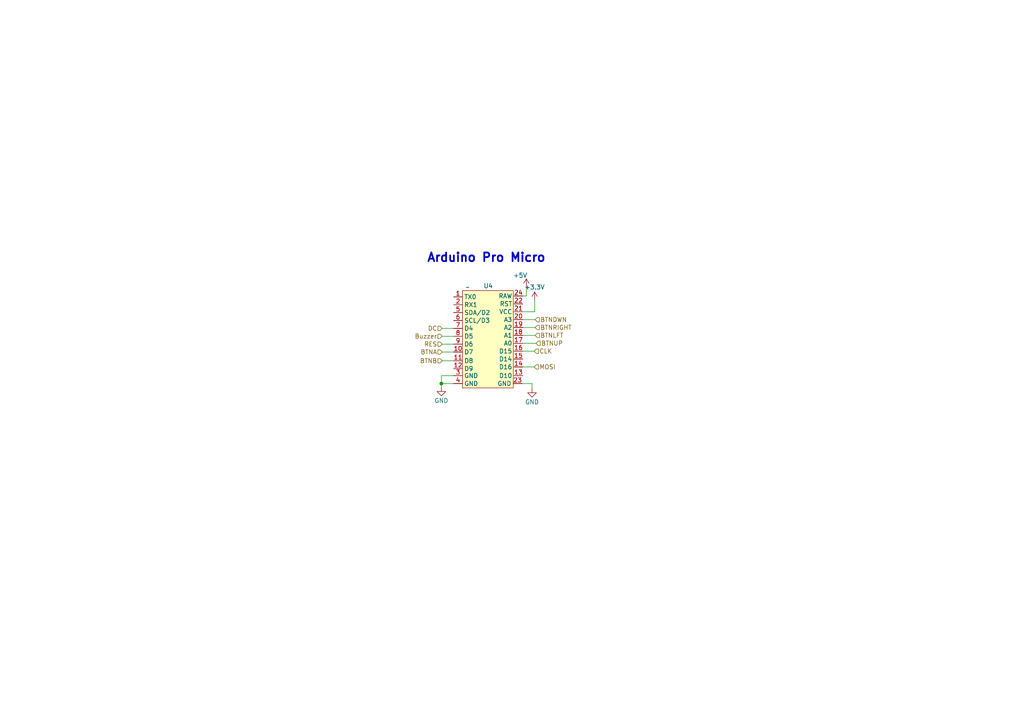
<source format=kicad_sch>
(kicad_sch (version 20230121) (generator eeschema)

  (uuid 0ec2d7c2-2be3-4aab-aaf1-afadc362d647)

  (paper "A4")

  (lib_symbols
    (symbol "GameBoyArduino:ArduinoProMicro" (in_bom yes) (on_board yes)
      (property "Reference" "U" (at -5.334 11.684 0)
        (effects (font (size 1.27 1.27)))
      )
      (property "Value" "" (at -5.334 11.684 0)
        (effects (font (size 1.27 1.27)))
      )
      (property "Footprint" "" (at -5.334 11.684 0)
        (effects (font (size 1.27 1.27)) hide)
      )
      (property "Datasheet" "" (at -5.334 11.684 0)
        (effects (font (size 1.27 1.27)) hide)
      )
      (symbol "ArduinoProMicro_1_1"
        (rectangle (start -6.858 10.668) (end 7.874 -17.526)
          (stroke (width 0) (type default))
          (fill (type background))
        )
        (pin input line (at -9.398 8.89 0) (length 2.54)
          (name "TX0" (effects (font (size 1.27 1.27))))
          (number "1" (effects (font (size 1.27 1.27))))
        )
        (pin input line (at -9.398 -7.112 0) (length 2.54)
          (name "D7" (effects (font (size 1.27 1.27))))
          (number "10" (effects (font (size 1.27 1.27))))
        )
        (pin input line (at -9.398 -9.652 0) (length 2.54)
          (name "D8" (effects (font (size 1.27 1.27))))
          (number "11" (effects (font (size 1.27 1.27))))
        )
        (pin input line (at -9.398 -11.938 0) (length 2.54)
          (name "D9" (effects (font (size 1.27 1.27))))
          (number "12" (effects (font (size 1.27 1.27))))
        )
        (pin input line (at 10.668 -13.97 180) (length 2.54)
          (name "D10" (effects (font (size 1.27 1.27))))
          (number "13" (effects (font (size 1.27 1.27))))
        )
        (pin input line (at 10.668 -11.43 180) (length 2.54)
          (name "D16" (effects (font (size 1.27 1.27))))
          (number "14" (effects (font (size 1.27 1.27))))
        )
        (pin input line (at 10.668 -9.144 180) (length 2.54)
          (name "D14" (effects (font (size 1.27 1.27))))
          (number "15" (effects (font (size 1.27 1.27))))
        )
        (pin input line (at 10.668 -6.858 180) (length 2.54)
          (name "D15" (effects (font (size 1.27 1.27))))
          (number "16" (effects (font (size 1.27 1.27))))
        )
        (pin input line (at 10.668 -4.572 180) (length 2.54)
          (name "A0" (effects (font (size 1.27 1.27))))
          (number "17" (effects (font (size 1.27 1.27))))
        )
        (pin input line (at 10.668 -2.286 180) (length 2.54)
          (name "A1" (effects (font (size 1.27 1.27))))
          (number "18" (effects (font (size 1.27 1.27))))
        )
        (pin input line (at 10.668 0 180) (length 2.54)
          (name "A2" (effects (font (size 1.27 1.27))))
          (number "19" (effects (font (size 1.27 1.27))))
        )
        (pin input line (at -9.398 6.604 0) (length 2.54)
          (name "RX1" (effects (font (size 1.27 1.27))))
          (number "2" (effects (font (size 1.27 1.27))))
        )
        (pin input line (at 10.668 2.286 180) (length 2.54)
          (name "A3" (effects (font (size 1.27 1.27))))
          (number "20" (effects (font (size 1.27 1.27))))
        )
        (pin input line (at 10.668 4.572 180) (length 2.54)
          (name "VCC" (effects (font (size 1.27 1.27))))
          (number "21" (effects (font (size 1.27 1.27))))
        )
        (pin input line (at 10.668 6.858 180) (length 2.54)
          (name "RST" (effects (font (size 1.27 1.27))))
          (number "22" (effects (font (size 1.27 1.27))))
        )
        (pin input line (at 10.414 -16.256 180) (length 2.54)
          (name "GND" (effects (font (size 1.27 1.27))))
          (number "23" (effects (font (size 1.27 1.27))))
        )
        (pin input line (at 10.668 9.144 180) (length 2.54)
          (name "RAW" (effects (font (size 1.27 1.27))))
          (number "24" (effects (font (size 1.27 1.27))))
        )
        (pin input line (at -9.398 -13.97 0) (length 2.54)
          (name "GND" (effects (font (size 1.27 1.27))))
          (number "3" (effects (font (size 1.27 1.27))))
        )
        (pin input line (at -9.398 -16.256 0) (length 2.54)
          (name "GND" (effects (font (size 1.27 1.27))))
          (number "4" (effects (font (size 1.27 1.27))))
        )
        (pin input line (at -9.398 4.318 0) (length 2.54)
          (name "SDA/D2" (effects (font (size 1.27 1.27))))
          (number "5" (effects (font (size 1.27 1.27))))
        )
        (pin input line (at -9.398 2.032 0) (length 2.54)
          (name "SCL/D3" (effects (font (size 1.27 1.27))))
          (number "6" (effects (font (size 1.27 1.27))))
        )
        (pin input line (at -9.398 -0.254 0) (length 2.54)
          (name "D4" (effects (font (size 1.27 1.27))))
          (number "7" (effects (font (size 1.27 1.27))))
        )
        (pin input line (at -9.398 -2.54 0) (length 2.54)
          (name "D5" (effects (font (size 1.27 1.27))))
          (number "8" (effects (font (size 1.27 1.27))))
        )
        (pin input line (at -9.398 -4.826 0) (length 2.54)
          (name "D6" (effects (font (size 1.27 1.27))))
          (number "9" (effects (font (size 1.27 1.27))))
        )
      )
    )
    (symbol "power:+3.3V" (power) (pin_names (offset 0)) (in_bom yes) (on_board yes)
      (property "Reference" "#PWR" (at 0 -3.81 0)
        (effects (font (size 1.27 1.27)) hide)
      )
      (property "Value" "+3.3V" (at 0 3.556 0)
        (effects (font (size 1.27 1.27)))
      )
      (property "Footprint" "" (at 0 0 0)
        (effects (font (size 1.27 1.27)) hide)
      )
      (property "Datasheet" "" (at 0 0 0)
        (effects (font (size 1.27 1.27)) hide)
      )
      (property "ki_keywords" "global power" (at 0 0 0)
        (effects (font (size 1.27 1.27)) hide)
      )
      (property "ki_description" "Power symbol creates a global label with name \"+3.3V\"" (at 0 0 0)
        (effects (font (size 1.27 1.27)) hide)
      )
      (symbol "+3.3V_0_1"
        (polyline
          (pts
            (xy -0.762 1.27)
            (xy 0 2.54)
          )
          (stroke (width 0) (type default))
          (fill (type none))
        )
        (polyline
          (pts
            (xy 0 0)
            (xy 0 2.54)
          )
          (stroke (width 0) (type default))
          (fill (type none))
        )
        (polyline
          (pts
            (xy 0 2.54)
            (xy 0.762 1.27)
          )
          (stroke (width 0) (type default))
          (fill (type none))
        )
      )
      (symbol "+3.3V_1_1"
        (pin power_in line (at 0 0 90) (length 0) hide
          (name "+3.3V" (effects (font (size 1.27 1.27))))
          (number "1" (effects (font (size 1.27 1.27))))
        )
      )
    )
    (symbol "power:+5V" (power) (pin_names (offset 0)) (in_bom yes) (on_board yes)
      (property "Reference" "#PWR" (at 0 -3.81 0)
        (effects (font (size 1.27 1.27)) hide)
      )
      (property "Value" "+5V" (at 0 3.556 0)
        (effects (font (size 1.27 1.27)))
      )
      (property "Footprint" "" (at 0 0 0)
        (effects (font (size 1.27 1.27)) hide)
      )
      (property "Datasheet" "" (at 0 0 0)
        (effects (font (size 1.27 1.27)) hide)
      )
      (property "ki_keywords" "global power" (at 0 0 0)
        (effects (font (size 1.27 1.27)) hide)
      )
      (property "ki_description" "Power symbol creates a global label with name \"+5V\"" (at 0 0 0)
        (effects (font (size 1.27 1.27)) hide)
      )
      (symbol "+5V_0_1"
        (polyline
          (pts
            (xy -0.762 1.27)
            (xy 0 2.54)
          )
          (stroke (width 0) (type default))
          (fill (type none))
        )
        (polyline
          (pts
            (xy 0 0)
            (xy 0 2.54)
          )
          (stroke (width 0) (type default))
          (fill (type none))
        )
        (polyline
          (pts
            (xy 0 2.54)
            (xy 0.762 1.27)
          )
          (stroke (width 0) (type default))
          (fill (type none))
        )
      )
      (symbol "+5V_1_1"
        (pin power_in line (at 0 0 90) (length 0) hide
          (name "+5V" (effects (font (size 1.27 1.27))))
          (number "1" (effects (font (size 1.27 1.27))))
        )
      )
    )
    (symbol "power:GND" (power) (pin_names (offset 0)) (in_bom yes) (on_board yes)
      (property "Reference" "#PWR" (at 0 -6.35 0)
        (effects (font (size 1.27 1.27)) hide)
      )
      (property "Value" "GND" (at 0 -3.81 0)
        (effects (font (size 1.27 1.27)))
      )
      (property "Footprint" "" (at 0 0 0)
        (effects (font (size 1.27 1.27)) hide)
      )
      (property "Datasheet" "" (at 0 0 0)
        (effects (font (size 1.27 1.27)) hide)
      )
      (property "ki_keywords" "global power" (at 0 0 0)
        (effects (font (size 1.27 1.27)) hide)
      )
      (property "ki_description" "Power symbol creates a global label with name \"GND\" , ground" (at 0 0 0)
        (effects (font (size 1.27 1.27)) hide)
      )
      (symbol "GND_0_1"
        (polyline
          (pts
            (xy 0 0)
            (xy 0 -1.27)
            (xy 1.27 -1.27)
            (xy 0 -2.54)
            (xy -1.27 -1.27)
            (xy 0 -1.27)
          )
          (stroke (width 0) (type default))
          (fill (type none))
        )
      )
      (symbol "GND_1_1"
        (pin power_in line (at 0 0 270) (length 0) hide
          (name "GND" (effects (font (size 1.27 1.27))))
          (number "1" (effects (font (size 1.27 1.27))))
        )
      )
    )
  )

  (junction (at 128.016 111.252) (diameter 0) (color 0 0 0 0)
    (uuid 9ec2980f-1dc5-4df2-b320-1c71aa677838)
  )

  (wire (pts (xy 154.305 112.649) (xy 154.305 111.252))
    (stroke (width 0) (type default))
    (uuid 08c3668b-9e49-4443-8583-a9ac12e01085)
  )
  (wire (pts (xy 131.572 102.108) (xy 128.27 102.108))
    (stroke (width 0) (type default))
    (uuid 2a732a64-fab4-4673-8d86-7ff5d8d4c3e4)
  )
  (wire (pts (xy 131.572 104.648) (xy 128.27 104.648))
    (stroke (width 0) (type default))
    (uuid 2afd7a4a-4f34-43fc-ab25-57d7271aa920)
  )
  (wire (pts (xy 128.27 99.822) (xy 131.572 99.822))
    (stroke (width 0) (type default))
    (uuid 3727b884-925b-4ae6-adae-047a0d3cf3d2)
  )
  (wire (pts (xy 128.27 95.25) (xy 131.572 95.25))
    (stroke (width 0) (type default))
    (uuid 52d069cb-23e4-4d68-8590-9ad21179c035)
  )
  (wire (pts (xy 155.067 87.249) (xy 155.067 90.424))
    (stroke (width 0) (type default))
    (uuid 545714a9-39e0-4c39-8ae7-dc5bab5822db)
  )
  (wire (pts (xy 152.654 85.852) (xy 151.638 85.852))
    (stroke (width 0) (type default))
    (uuid 63e615a3-4aa0-4efd-b123-3420eabc96c5)
  )
  (wire (pts (xy 154.94 106.426) (xy 151.638 106.426))
    (stroke (width 0) (type default))
    (uuid 64e943c8-f1d4-47eb-aa5d-c08f8c997c31)
  )
  (wire (pts (xy 128.016 108.966) (xy 128.016 111.252))
    (stroke (width 0) (type default))
    (uuid 734fcbc8-1a58-41e0-9067-2e3f3c3d63ae)
  )
  (wire (pts (xy 151.638 90.424) (xy 155.067 90.424))
    (stroke (width 0) (type default))
    (uuid 73ee7f8a-05b8-4231-921f-41cab4559e18)
  )
  (wire (pts (xy 154.94 101.854) (xy 151.638 101.854))
    (stroke (width 0) (type default))
    (uuid 79fe73ba-507c-40dc-86f3-c59429228526)
  )
  (wire (pts (xy 131.572 111.252) (xy 128.016 111.252))
    (stroke (width 0) (type default))
    (uuid 7da2c1f8-9bc4-44bb-8919-5183de9f9e4b)
  )
  (wire (pts (xy 154.305 111.252) (xy 151.384 111.252))
    (stroke (width 0) (type default))
    (uuid 8276cd14-4ad9-4174-8a1f-20040c394329)
  )
  (wire (pts (xy 128.016 111.252) (xy 128.016 112.268))
    (stroke (width 0) (type default))
    (uuid 8efa7d84-7803-41c9-88cc-98c3b1144dcf)
  )
  (wire (pts (xy 155.194 94.996) (xy 151.638 94.996))
    (stroke (width 0) (type default))
    (uuid 90870601-6549-4b93-b690-ff50715ecd95)
  )
  (wire (pts (xy 128.27 97.536) (xy 131.572 97.536))
    (stroke (width 0) (type default))
    (uuid 90a0d65e-5798-4b50-9832-d0652ad81996)
  )
  (wire (pts (xy 155.448 99.568) (xy 151.638 99.568))
    (stroke (width 0) (type default))
    (uuid b45197df-e5cc-4362-809c-be686284718e)
  )
  (wire (pts (xy 155.194 92.71) (xy 151.638 92.71))
    (stroke (width 0) (type default))
    (uuid b5606532-edc4-4bde-b405-be6cfc59b609)
  )
  (wire (pts (xy 155.194 97.282) (xy 151.638 97.282))
    (stroke (width 0) (type default))
    (uuid c0f9200b-781b-4038-b679-2c67772dcfa4)
  )
  (wire (pts (xy 152.654 83.439) (xy 152.654 85.852))
    (stroke (width 0) (type default))
    (uuid eaf47807-fd01-4987-85ba-eb849c589714)
  )
  (wire (pts (xy 128.016 108.966) (xy 131.572 108.966))
    (stroke (width 0) (type default))
    (uuid f08e2926-8581-41ba-a62b-d91bf88193e8)
  )

  (text "Arduino Pro Micro" (at 123.698 76.327 0)
    (effects (font (size 2.5 2.5) (thickness 0.5) bold) (justify left bottom))
    (uuid 61c960ec-a014-4d21-80fd-e53ca27872f3)
  )

  (hierarchical_label "Buzzer" (shape input) (at 128.27 97.536 180) (fields_autoplaced)
    (effects (font (size 1.27 1.27)) (justify right))
    (uuid 023c2f23-a606-4b53-a8af-9b0a63fa83af)
  )
  (hierarchical_label "DC" (shape input) (at 128.27 95.25 180) (fields_autoplaced)
    (effects (font (size 1.27 1.27)) (justify right))
    (uuid 0ea312db-761e-447a-8e79-525103485723)
  )
  (hierarchical_label "BTNLFT" (shape input) (at 155.194 97.282 0) (fields_autoplaced)
    (effects (font (size 1.27 1.27)) (justify left))
    (uuid 3a686b86-2333-41e3-bca7-fd2eda05d8b3)
  )
  (hierarchical_label "MOSI" (shape input) (at 154.94 106.426 0) (fields_autoplaced)
    (effects (font (size 1.27 1.27)) (justify left))
    (uuid 41973b22-6417-40d4-9cb1-f1a28656848e)
  )
  (hierarchical_label "RES" (shape input) (at 128.27 99.822 180) (fields_autoplaced)
    (effects (font (size 1.27 1.27)) (justify right))
    (uuid 44c2f161-a396-40fa-96ec-42f1c138ebb4)
  )
  (hierarchical_label "BTNDWN" (shape input) (at 155.194 92.71 0) (fields_autoplaced)
    (effects (font (size 1.27 1.27)) (justify left))
    (uuid 4d451c54-0dbe-4086-b970-18ceb4114aec)
  )
  (hierarchical_label "CLK" (shape input) (at 154.94 101.854 0) (fields_autoplaced)
    (effects (font (size 1.27 1.27)) (justify left))
    (uuid 7e4f0aa4-ef41-4ac2-8e25-73277e16f360)
  )
  (hierarchical_label "BTNA" (shape input) (at 128.27 102.108 180) (fields_autoplaced)
    (effects (font (size 1.27 1.27)) (justify right))
    (uuid be033665-a597-4fff-83cd-4eafaff814cb)
  )
  (hierarchical_label "BTNUP" (shape input) (at 155.448 99.568 0) (fields_autoplaced)
    (effects (font (size 1.27 1.27)) (justify left))
    (uuid c531d317-71f7-4ad4-b6c4-86ca46d7a868)
  )
  (hierarchical_label "BTNB" (shape input) (at 128.27 104.648 180) (fields_autoplaced)
    (effects (font (size 1.27 1.27)) (justify right))
    (uuid cc2aad9e-3d72-47a8-8d00-1db6bac237a0)
  )
  (hierarchical_label "BTNRIGHT" (shape input) (at 155.194 94.996 0) (fields_autoplaced)
    (effects (font (size 1.27 1.27)) (justify left))
    (uuid eebd1de5-57df-4f1e-8d01-ac42c4b11bdd)
  )

  (symbol (lib_id "power:+3.3V") (at 155.067 87.249 0) (unit 1)
    (in_bom yes) (on_board yes) (dnp no) (fields_autoplaced)
    (uuid 09e28af6-49d0-4290-93ed-f02fc9b773f1)
    (property "Reference" "#PWR02" (at 155.067 91.059 0)
      (effects (font (size 1.27 1.27)) hide)
    )
    (property "Value" "+3.3V" (at 155.067 83.304 0)
      (effects (font (size 1.27 1.27)))
    )
    (property "Footprint" "" (at 155.067 87.249 0)
      (effects (font (size 1.27 1.27)) hide)
    )
    (property "Datasheet" "" (at 155.067 87.249 0)
      (effects (font (size 1.27 1.27)) hide)
    )
    (pin "1" (uuid 734ac686-d919-4acb-a55f-fba6d94943f5))
    (instances
      (project "GameBoy-Arduino"
        (path "/9927462b-ab56-47d0-82d8-2b3054965792/9cdbee4f-decf-45cf-a57b-9afc5e2f624b"
          (reference "#PWR02") (unit 1)
        )
        (path "/9927462b-ab56-47d0-82d8-2b3054965792/33198192-cf8f-44d6-a9c8-48ccef2968d5"
          (reference "#PWR01") (unit 1)
        )
      )
    )
  )

  (symbol (lib_id "power:GND") (at 154.305 112.649 0) (unit 1)
    (in_bom yes) (on_board yes) (dnp no) (fields_autoplaced)
    (uuid 3e897a28-1a00-40e8-8e5b-de907a0adef3)
    (property "Reference" "#PWR021" (at 154.305 118.999 0)
      (effects (font (size 1.27 1.27)) hide)
    )
    (property "Value" "GND" (at 154.305 116.594 0)
      (effects (font (size 1.27 1.27)))
    )
    (property "Footprint" "" (at 154.305 112.649 0)
      (effects (font (size 1.27 1.27)) hide)
    )
    (property "Datasheet" "" (at 154.305 112.649 0)
      (effects (font (size 1.27 1.27)) hide)
    )
    (pin "1" (uuid a551fbde-1ea6-4f1f-b9d4-b5ec720f2859))
    (instances
      (project "GameBoy-Arduino"
        (path "/9927462b-ab56-47d0-82d8-2b3054965792/33198192-cf8f-44d6-a9c8-48ccef2968d5"
          (reference "#PWR021") (unit 1)
        )
      )
    )
  )

  (symbol (lib_id "GameBoyArduino:ArduinoProMicro") (at 140.97 94.996 0) (unit 1)
    (in_bom yes) (on_board yes) (dnp no) (fields_autoplaced)
    (uuid 74b49ea4-1eb7-4ab1-9632-b01150c57449)
    (property "Reference" "U4" (at 141.605 82.923 0)
      (effects (font (size 1.27 1.27)))
    )
    (property "Value" "~" (at 135.636 83.312 0)
      (effects (font (size 1.27 1.27)))
    )
    (property "Footprint" "promicro:ProMicro-EnforcedTop" (at 135.636 83.312 0)
      (effects (font (size 1.27 1.27)) hide)
    )
    (property "Datasheet" "" (at 135.636 83.312 0)
      (effects (font (size 1.27 1.27)) hide)
    )
    (pin "1" (uuid 76d8f486-2ae5-4f83-bb41-c21499c5d362))
    (pin "10" (uuid e1088992-3ffe-4168-96b4-831ab5323900))
    (pin "11" (uuid 4786d3f8-bb30-4251-9dcf-ebf6cb66d0fe))
    (pin "12" (uuid 2b37cd89-f103-43c2-8d26-3a9bb48e5b86))
    (pin "13" (uuid c0b2c0bd-f4be-47be-a578-e53b88e11f07))
    (pin "14" (uuid f9ed8b5c-21f6-4918-b553-053781703395))
    (pin "15" (uuid d112adda-7da5-4110-a5be-cf969843be59))
    (pin "16" (uuid a7904730-6cf5-45aa-a6de-acd09de3be97))
    (pin "17" (uuid ad8cc871-d42b-4bf6-953b-a9eecc9a6493))
    (pin "18" (uuid 350c1d54-3db9-4f9b-9916-3a4bb84ca8b4))
    (pin "19" (uuid 709f0338-e74c-40e0-94bf-3862d7faf9bb))
    (pin "2" (uuid 3190e76f-2870-4d57-85f0-33da7d715db4))
    (pin "20" (uuid e4b95032-9d6f-44c4-a6fb-9e9bfb1033b7))
    (pin "21" (uuid ef1ecbc2-1078-42f3-8173-669c784feb75))
    (pin "22" (uuid 0410a5ca-6592-48b6-8968-729a181dbfdd))
    (pin "23" (uuid 0b57c5ab-a47f-44d2-b761-075e9dd45262))
    (pin "24" (uuid 1439feb8-8dc2-4378-8792-5cca0343c79d))
    (pin "3" (uuid 1156f357-5b79-43c2-8431-5bfe1bf18f73))
    (pin "4" (uuid b10acfec-8855-4616-a054-8a2c36cb2f5a))
    (pin "5" (uuid 2c67e711-cc28-4cb4-a495-5ad5b7f40a05))
    (pin "6" (uuid a2d6e38e-ae35-474e-a155-72fd71cc8e91))
    (pin "7" (uuid 610e3375-b4b5-4958-aecc-f6c82830b888))
    (pin "8" (uuid a50250cd-f2e7-45cb-9a63-acff9eaf3402))
    (pin "9" (uuid f5df8985-fee0-412d-9b42-e713d6076bb2))
    (instances
      (project "GameBoy-Arduino"
        (path "/9927462b-ab56-47d0-82d8-2b3054965792/33198192-cf8f-44d6-a9c8-48ccef2968d5"
          (reference "U4") (unit 1)
        )
      )
    )
  )

  (symbol (lib_id "power:GND") (at 128.016 112.268 0) (unit 1)
    (in_bom yes) (on_board yes) (dnp no) (fields_autoplaced)
    (uuid 8330e986-d5ca-4e4f-b3d5-b25c0b74e974)
    (property "Reference" "#PWR05" (at 128.016 118.618 0)
      (effects (font (size 1.27 1.27)) hide)
    )
    (property "Value" "GND" (at 128.016 116.213 0)
      (effects (font (size 1.27 1.27)))
    )
    (property "Footprint" "" (at 128.016 112.268 0)
      (effects (font (size 1.27 1.27)) hide)
    )
    (property "Datasheet" "" (at 128.016 112.268 0)
      (effects (font (size 1.27 1.27)) hide)
    )
    (pin "1" (uuid 91e906e1-1493-4427-860e-43f63f5c1fd9))
    (instances
      (project "GameBoy-Arduino"
        (path "/9927462b-ab56-47d0-82d8-2b3054965792/33198192-cf8f-44d6-a9c8-48ccef2968d5"
          (reference "#PWR05") (unit 1)
        )
      )
    )
  )

  (symbol (lib_id "power:+5V") (at 152.654 83.439 0) (unit 1)
    (in_bom yes) (on_board yes) (dnp no)
    (uuid f7203a05-8fa4-462b-bb12-853be5ee8b91)
    (property "Reference" "#PWR020" (at 152.654 87.249 0)
      (effects (font (size 1.27 1.27)) hide)
    )
    (property "Value" "+5V" (at 150.876 79.883 0)
      (effects (font (size 1.27 1.27)))
    )
    (property "Footprint" "" (at 152.654 83.439 0)
      (effects (font (size 1.27 1.27)) hide)
    )
    (property "Datasheet" "" (at 152.654 83.439 0)
      (effects (font (size 1.27 1.27)) hide)
    )
    (pin "1" (uuid 8b54ad55-13a2-4439-a354-fbbda34d21ac))
    (instances
      (project "GameBoy-Arduino"
        (path "/9927462b-ab56-47d0-82d8-2b3054965792/33198192-cf8f-44d6-a9c8-48ccef2968d5"
          (reference "#PWR020") (unit 1)
        )
      )
    )
  )
)

</source>
